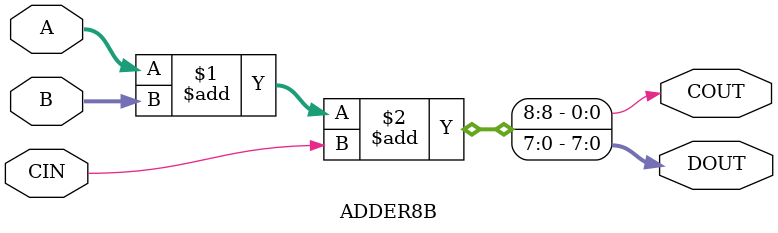
<source format=v>
module ADDER8B(A,B,CIN,COUT,DOUT);
	output[7:0] DOUT;
	output COUT;
	input[7:0] A,B;
	input CIN;
	
	assign {COUT,DOUT} = A+B+CIN;
endmodule


</source>
